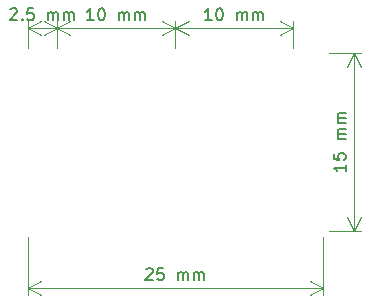
<source format=gbr>
G04 #@! TF.GenerationSoftware,KiCad,Pcbnew,5.99.0-unknown-4d227d2d2b~128~ubuntu18.04.1*
G04 #@! TF.CreationDate,2021-05-25T15:01:51+02:00*
G04 #@! TF.ProjectId,TFI2CEXT01A,54464932-4345-4585-9430-31412e6b6963,REV*
G04 #@! TF.SameCoordinates,PX78dfd90PY8290510*
G04 #@! TF.FileFunction,OtherDrawing,Comment*
%FSLAX46Y46*%
G04 Gerber Fmt 4.6, Leading zero omitted, Abs format (unit mm)*
G04 Created by KiCad (PCBNEW 5.99.0-unknown-4d227d2d2b~128~ubuntu18.04.1) date 2021-05-25 15:01:51*
%MOMM*%
%LPD*%
G01*
G04 APERTURE LIST*
%ADD10C,0.150000*%
%ADD11C,0.100000*%
G04 APERTURE END LIST*
D10*
X-99822620Y142501238D02*
X-99822620Y141929809D01*
X-99822620Y142215523D02*
X-100822620Y142215523D01*
X-100679762Y142120285D01*
X-100584524Y142025047D01*
X-100536905Y141929809D01*
X-100822620Y143406000D02*
X-100822620Y142929809D01*
X-100346429Y142882190D01*
X-100394048Y142929809D01*
X-100441667Y143025047D01*
X-100441667Y143263142D01*
X-100394048Y143358380D01*
X-100346429Y143406000D01*
X-100251191Y143453619D01*
X-100013096Y143453619D01*
X-99917858Y143406000D01*
X-99870239Y143358380D01*
X-99822620Y143263142D01*
X-99822620Y143025047D01*
X-99870239Y142929809D01*
X-99917858Y142882190D01*
X-99822620Y144644095D02*
X-100489286Y144644095D01*
X-100394048Y144644095D02*
X-100441667Y144691714D01*
X-100489286Y144786952D01*
X-100489286Y144929809D01*
X-100441667Y145025047D01*
X-100346429Y145072666D01*
X-99822620Y145072666D01*
X-100346429Y145072666D02*
X-100441667Y145120285D01*
X-100489286Y145215523D01*
X-100489286Y145358380D01*
X-100441667Y145453619D01*
X-100346429Y145501238D01*
X-99822620Y145501238D01*
X-99822620Y145977428D02*
X-100489286Y145977428D01*
X-100394048Y145977428D02*
X-100441667Y146025047D01*
X-100489286Y146120285D01*
X-100489286Y146263142D01*
X-100441667Y146358380D01*
X-100346429Y146406000D01*
X-99822620Y146406000D01*
X-100346429Y146406000D02*
X-100441667Y146453619D01*
X-100489286Y146548857D01*
X-100489286Y146691714D01*
X-100441667Y146786952D01*
X-100346429Y146834571D01*
X-99822620Y146834571D01*
D11*
X-101246000Y136906000D02*
X-98538580Y136906000D01*
X-101246000Y151906000D02*
X-98538580Y151906000D01*
X-99125000Y136906000D02*
X-99125000Y151906000D01*
X-99125000Y136906000D02*
X-99125000Y151906000D01*
X-99125000Y136906000D02*
X-98538579Y138032504D01*
X-99125000Y136906000D02*
X-99711421Y138032504D01*
X-99125000Y151906000D02*
X-99711421Y150779496D01*
X-99125000Y151906000D02*
X-98538579Y150779496D01*
D10*
X-121150762Y154722619D02*
X-121722191Y154722619D01*
X-121436477Y154722619D02*
X-121436477Y155722619D01*
X-121531715Y155579761D01*
X-121626953Y155484523D01*
X-121722191Y155436904D01*
X-120531715Y155722619D02*
X-120436477Y155722619D01*
X-120341239Y155675000D01*
X-120293620Y155627380D01*
X-120246000Y155532142D01*
X-120198381Y155341666D01*
X-120198381Y155103571D01*
X-120246000Y154913095D01*
X-120293620Y154817857D01*
X-120341239Y154770238D01*
X-120436477Y154722619D01*
X-120531715Y154722619D01*
X-120626953Y154770238D01*
X-120674572Y154817857D01*
X-120722191Y154913095D01*
X-120769810Y155103571D01*
X-120769810Y155341666D01*
X-120722191Y155532142D01*
X-120674572Y155627380D01*
X-120626953Y155675000D01*
X-120531715Y155722619D01*
X-119007905Y154722619D02*
X-119007905Y155389285D01*
X-119007905Y155294047D02*
X-118960286Y155341666D01*
X-118865048Y155389285D01*
X-118722191Y155389285D01*
X-118626953Y155341666D01*
X-118579334Y155246428D01*
X-118579334Y154722619D01*
X-118579334Y155246428D02*
X-118531715Y155341666D01*
X-118436477Y155389285D01*
X-118293620Y155389285D01*
X-118198381Y155341666D01*
X-118150762Y155246428D01*
X-118150762Y154722619D01*
X-117674572Y154722619D02*
X-117674572Y155389285D01*
X-117674572Y155294047D02*
X-117626953Y155341666D01*
X-117531715Y155389285D01*
X-117388858Y155389285D01*
X-117293620Y155341666D01*
X-117246000Y155246428D01*
X-117246000Y154722619D01*
X-117246000Y155246428D02*
X-117198381Y155341666D01*
X-117103143Y155389285D01*
X-116960286Y155389285D01*
X-116865048Y155341666D01*
X-116817429Y155246428D01*
X-116817429Y154722619D01*
D11*
X-124246000Y152406000D02*
X-124246000Y154611420D01*
X-114246000Y152406000D02*
X-114246000Y154611420D01*
X-124246000Y154025000D02*
X-114246000Y154025000D01*
X-124246000Y154025000D02*
X-114246000Y154025000D01*
X-124246000Y154025000D02*
X-123119496Y153438579D01*
X-124246000Y154025000D02*
X-123119496Y154611421D01*
X-114246000Y154025000D02*
X-115372504Y154611421D01*
X-114246000Y154025000D02*
X-115372504Y153438579D01*
D10*
X-128210285Y155627380D02*
X-128162666Y155675000D01*
X-128067428Y155722619D01*
X-127829333Y155722619D01*
X-127734095Y155675000D01*
X-127686476Y155627380D01*
X-127638857Y155532142D01*
X-127638857Y155436904D01*
X-127686476Y155294047D01*
X-128257904Y154722619D01*
X-127638857Y154722619D01*
X-127210285Y154817857D02*
X-127162666Y154770238D01*
X-127210285Y154722619D01*
X-127257904Y154770238D01*
X-127210285Y154817857D01*
X-127210285Y154722619D01*
X-126257905Y155722619D02*
X-126734096Y155722619D01*
X-126781714Y155246428D01*
X-126734096Y155294047D01*
X-126638858Y155341666D01*
X-126400762Y155341666D01*
X-126305524Y155294047D01*
X-126257905Y155246428D01*
X-126210286Y155151190D01*
X-126210286Y154913095D01*
X-126257905Y154817857D01*
X-126305524Y154770238D01*
X-126400762Y154722619D01*
X-126638858Y154722619D01*
X-126734096Y154770238D01*
X-126781714Y154817857D01*
X-125019810Y154722619D02*
X-125019810Y155389285D01*
X-125019810Y155294047D02*
X-124972191Y155341666D01*
X-124876953Y155389285D01*
X-124734096Y155389285D01*
X-124638858Y155341666D01*
X-124591239Y155246428D01*
X-124591239Y154722619D01*
X-124591239Y155246428D02*
X-124543620Y155341666D01*
X-124448381Y155389285D01*
X-124305524Y155389285D01*
X-124210286Y155341666D01*
X-124162667Y155246428D01*
X-124162667Y154722619D01*
X-123686477Y154722619D02*
X-123686477Y155389285D01*
X-123686477Y155294047D02*
X-123638858Y155341666D01*
X-123543620Y155389285D01*
X-123400762Y155389285D01*
X-123305524Y155341666D01*
X-123257905Y155246428D01*
X-123257905Y154722619D01*
X-123257905Y155246428D02*
X-123210286Y155341666D01*
X-123115048Y155389285D01*
X-122972191Y155389285D01*
X-122876953Y155341666D01*
X-122829334Y155246428D01*
X-122829334Y154722619D01*
D11*
X-126746000Y152406000D02*
X-126746000Y154611420D01*
X-124246000Y152406000D02*
X-124246000Y154611420D01*
X-126746000Y154025000D02*
X-124246000Y154025000D01*
X-126746000Y154025000D02*
X-124246000Y154025000D01*
X-126746000Y154025000D02*
X-125619496Y153438579D01*
X-126746000Y154025000D02*
X-125619496Y154611421D01*
X-124246000Y154025000D02*
X-125372504Y154611421D01*
X-124246000Y154025000D02*
X-125372504Y153438579D01*
D10*
X-111150762Y154722619D02*
X-111722191Y154722619D01*
X-111436477Y154722619D02*
X-111436477Y155722619D01*
X-111531715Y155579761D01*
X-111626953Y155484523D01*
X-111722191Y155436904D01*
X-110531715Y155722619D02*
X-110436477Y155722619D01*
X-110341239Y155675000D01*
X-110293620Y155627380D01*
X-110246000Y155532142D01*
X-110198381Y155341666D01*
X-110198381Y155103571D01*
X-110246000Y154913095D01*
X-110293620Y154817857D01*
X-110341239Y154770238D01*
X-110436477Y154722619D01*
X-110531715Y154722619D01*
X-110626953Y154770238D01*
X-110674572Y154817857D01*
X-110722191Y154913095D01*
X-110769810Y155103571D01*
X-110769810Y155341666D01*
X-110722191Y155532142D01*
X-110674572Y155627380D01*
X-110626953Y155675000D01*
X-110531715Y155722619D01*
X-109007905Y154722619D02*
X-109007905Y155389285D01*
X-109007905Y155294047D02*
X-108960286Y155341666D01*
X-108865048Y155389285D01*
X-108722191Y155389285D01*
X-108626953Y155341666D01*
X-108579334Y155246428D01*
X-108579334Y154722619D01*
X-108579334Y155246428D02*
X-108531715Y155341666D01*
X-108436477Y155389285D01*
X-108293620Y155389285D01*
X-108198381Y155341666D01*
X-108150762Y155246428D01*
X-108150762Y154722619D01*
X-107674572Y154722619D02*
X-107674572Y155389285D01*
X-107674572Y155294047D02*
X-107626953Y155341666D01*
X-107531715Y155389285D01*
X-107388858Y155389285D01*
X-107293620Y155341666D01*
X-107246000Y155246428D01*
X-107246000Y154722619D01*
X-107246000Y155246428D02*
X-107198381Y155341666D01*
X-107103143Y155389285D01*
X-106960286Y155389285D01*
X-106865048Y155341666D01*
X-106817429Y155246428D01*
X-106817429Y154722619D01*
D11*
X-114246000Y152406000D02*
X-114246000Y154611420D01*
X-104246000Y152406000D02*
X-104246000Y154611420D01*
X-114246000Y154025000D02*
X-104246000Y154025000D01*
X-114246000Y154025000D02*
X-104246000Y154025000D01*
X-114246000Y154025000D02*
X-113119496Y153438579D01*
X-114246000Y154025000D02*
X-113119496Y154611421D01*
X-104246000Y154025000D02*
X-105372504Y154611421D01*
X-104246000Y154025000D02*
X-105372504Y153438579D01*
D10*
X-116722191Y133627381D02*
X-116674572Y133675000D01*
X-116579334Y133722620D01*
X-116341239Y133722620D01*
X-116246000Y133675000D01*
X-116198381Y133627381D01*
X-116150762Y133532143D01*
X-116150762Y133436905D01*
X-116198381Y133294048D01*
X-116769810Y132722620D01*
X-116150762Y132722620D01*
X-115246000Y133722620D02*
X-115722191Y133722620D01*
X-115769810Y133246429D01*
X-115722191Y133294048D01*
X-115626953Y133341667D01*
X-115388858Y133341667D01*
X-115293620Y133294048D01*
X-115246000Y133246429D01*
X-115198381Y133151191D01*
X-115198381Y132913096D01*
X-115246000Y132817858D01*
X-115293620Y132770239D01*
X-115388858Y132722620D01*
X-115626953Y132722620D01*
X-115722191Y132770239D01*
X-115769810Y132817858D01*
X-114007905Y132722620D02*
X-114007905Y133389286D01*
X-114007905Y133294048D02*
X-113960286Y133341667D01*
X-113865048Y133389286D01*
X-113722191Y133389286D01*
X-113626953Y133341667D01*
X-113579334Y133246429D01*
X-113579334Y132722620D01*
X-113579334Y133246429D02*
X-113531715Y133341667D01*
X-113436477Y133389286D01*
X-113293620Y133389286D01*
X-113198381Y133341667D01*
X-113150762Y133246429D01*
X-113150762Y132722620D01*
X-112674572Y132722620D02*
X-112674572Y133389286D01*
X-112674572Y133294048D02*
X-112626953Y133341667D01*
X-112531715Y133389286D01*
X-112388858Y133389286D01*
X-112293620Y133341667D01*
X-112246000Y133246429D01*
X-112246000Y132722620D01*
X-112246000Y133246429D02*
X-112198381Y133341667D01*
X-112103143Y133389286D01*
X-111960286Y133389286D01*
X-111865048Y133341667D01*
X-111817429Y133246429D01*
X-111817429Y132722620D01*
D11*
X-126746000Y136406000D02*
X-126746000Y131438580D01*
X-101746000Y136406000D02*
X-101746000Y131438580D01*
X-126746000Y132025000D02*
X-101746000Y132025000D01*
X-126746000Y132025000D02*
X-101746000Y132025000D01*
X-126746000Y132025000D02*
X-125619496Y131438579D01*
X-126746000Y132025000D02*
X-125619496Y132611421D01*
X-101746000Y132025000D02*
X-102872504Y132611421D01*
X-101746000Y132025000D02*
X-102872504Y131438579D01*
M02*

</source>
